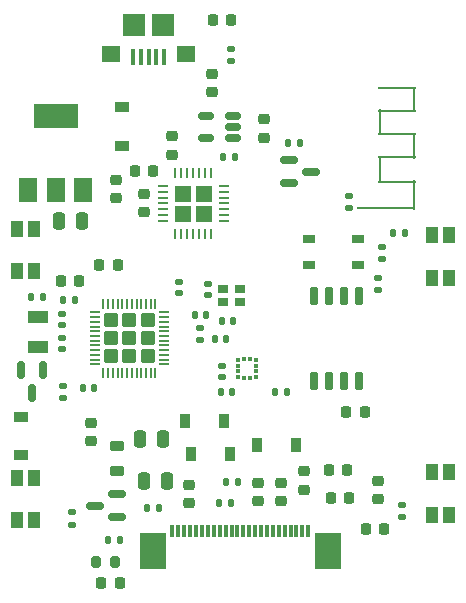
<source format=gtp>
G04 #@! TF.GenerationSoftware,KiCad,Pcbnew,(6.0.10)*
G04 #@! TF.CreationDate,2023-03-04T03:17:20-05:00*
G04 #@! TF.ProjectId,SmartWatch,536d6172-7457-4617-9463-682e6b696361,rev?*
G04 #@! TF.SameCoordinates,Original*
G04 #@! TF.FileFunction,Paste,Top*
G04 #@! TF.FilePolarity,Positive*
%FSLAX46Y46*%
G04 Gerber Fmt 4.6, Leading zero omitted, Abs format (unit mm)*
G04 Created by KiCad (PCBNEW (6.0.10)) date 2023-03-04 03:17:20*
%MOMM*%
%LPD*%
G01*
G04 APERTURE LIST*
G04 Aperture macros list*
%AMRoundRect*
0 Rectangle with rounded corners*
0 $1 Rounding radius*
0 $2 $3 $4 $5 $6 $7 $8 $9 X,Y pos of 4 corners*
0 Add a 4 corners polygon primitive as box body*
4,1,4,$2,$3,$4,$5,$6,$7,$8,$9,$2,$3,0*
0 Add four circle primitives for the rounded corners*
1,1,$1+$1,$2,$3*
1,1,$1+$1,$4,$5*
1,1,$1+$1,$6,$7*
1,1,$1+$1,$8,$9*
0 Add four rect primitives between the rounded corners*
20,1,$1+$1,$2,$3,$4,$5,0*
20,1,$1+$1,$4,$5,$6,$7,0*
20,1,$1+$1,$6,$7,$8,$9,0*
20,1,$1+$1,$8,$9,$2,$3,0*%
G04 Aperture macros list end*
%ADD10C,0.010000*%
%ADD11R,0.900000X1.200000*%
%ADD12R,1.200000X0.900000*%
%ADD13RoundRect,0.200000X-0.200000X-0.275000X0.200000X-0.275000X0.200000X0.275000X-0.200000X0.275000X0*%
%ADD14RoundRect,0.250000X-0.250000X-0.475000X0.250000X-0.475000X0.250000X0.475000X-0.250000X0.475000X0*%
%ADD15RoundRect,0.150000X0.512500X0.150000X-0.512500X0.150000X-0.512500X-0.150000X0.512500X-0.150000X0*%
%ADD16RoundRect,0.140000X-0.170000X0.140000X-0.170000X-0.140000X0.170000X-0.140000X0.170000X0.140000X0*%
%ADD17R,0.254000X2.300000*%
%ADD18R,3.200000X0.254000*%
%ADD19R,0.254000X2.200000*%
%ADD20R,5.000000X0.254000*%
%ADD21R,0.254000X2.250000*%
%ADD22R,0.254000X2.150000*%
%ADD23R,0.254000X2.500000*%
%ADD24R,0.254000X0.900000*%
%ADD25R,0.900000X0.254000*%
%ADD26RoundRect,0.225000X-0.250000X0.225000X-0.250000X-0.225000X0.250000X-0.225000X0.250000X0.225000X0*%
%ADD27RoundRect,0.225000X0.225000X0.250000X-0.225000X0.250000X-0.225000X-0.250000X0.225000X-0.250000X0*%
%ADD28RoundRect,0.135000X-0.135000X-0.185000X0.135000X-0.185000X0.135000X0.185000X-0.135000X0.185000X0*%
%ADD29RoundRect,0.225000X-0.225000X-0.250000X0.225000X-0.250000X0.225000X0.250000X-0.225000X0.250000X0*%
%ADD30RoundRect,0.140000X0.170000X-0.140000X0.170000X0.140000X-0.170000X0.140000X-0.170000X-0.140000X0*%
%ADD31RoundRect,0.140000X0.140000X0.170000X-0.140000X0.170000X-0.140000X-0.170000X0.140000X-0.170000X0*%
%ADD32R,1.050000X1.400000*%
%ADD33RoundRect,0.135000X0.135000X0.185000X-0.135000X0.185000X-0.135000X-0.185000X0.135000X-0.185000X0*%
%ADD34RoundRect,0.218750X0.218750X0.256250X-0.218750X0.256250X-0.218750X-0.256250X0.218750X-0.256250X0*%
%ADD35R,0.400000X1.350000*%
%ADD36R,1.600000X1.400000*%
%ADD37R,1.900000X1.900000*%
%ADD38RoundRect,0.135000X0.185000X-0.135000X0.185000X0.135000X-0.185000X0.135000X-0.185000X-0.135000X0*%
%ADD39R,0.900000X0.800000*%
%ADD40RoundRect,0.140000X-0.140000X-0.170000X0.140000X-0.170000X0.140000X0.170000X-0.140000X0.170000X0*%
%ADD41RoundRect,0.225000X0.250000X-0.225000X0.250000X0.225000X-0.250000X0.225000X-0.250000X-0.225000X0*%
%ADD42RoundRect,0.135000X-0.185000X0.135000X-0.185000X-0.135000X0.185000X-0.135000X0.185000X0.135000X0*%
%ADD43RoundRect,0.147500X-0.147500X-0.172500X0.147500X-0.172500X0.147500X0.172500X-0.147500X0.172500X0*%
%ADD44RoundRect,0.218750X-0.218750X-0.256250X0.218750X-0.256250X0.218750X0.256250X-0.218750X0.256250X0*%
%ADD45RoundRect,0.250000X-0.370000X-0.370000X0.370000X-0.370000X0.370000X0.370000X-0.370000X0.370000X0*%
%ADD46RoundRect,0.050000X-0.350000X-0.050000X0.350000X-0.050000X0.350000X0.050000X-0.350000X0.050000X0*%
%ADD47RoundRect,0.050000X-0.050000X-0.350000X0.050000X-0.350000X0.050000X0.350000X-0.050000X0.350000X0*%
%ADD48R,1.050000X0.650000*%
%ADD49R,1.800000X1.000000*%
%ADD50RoundRect,0.218750X0.381250X-0.218750X0.381250X0.218750X-0.381250X0.218750X-0.381250X-0.218750X0*%
%ADD51R,0.375000X0.350000*%
%ADD52R,0.350000X0.375000*%
%ADD53RoundRect,0.150000X-0.150000X0.650000X-0.150000X-0.650000X0.150000X-0.650000X0.150000X0.650000X0*%
%ADD54R,0.300000X1.100000*%
%ADD55R,2.300000X3.100000*%
%ADD56RoundRect,0.150000X0.587500X0.150000X-0.587500X0.150000X-0.587500X-0.150000X0.587500X-0.150000X0*%
%ADD57RoundRect,0.150000X-0.150000X0.587500X-0.150000X-0.587500X0.150000X-0.587500X0.150000X0.587500X0*%
%ADD58RoundRect,0.150000X-0.587500X-0.150000X0.587500X-0.150000X0.587500X0.150000X-0.587500X0.150000X0*%
%ADD59R,1.500000X2.000000*%
%ADD60R,3.800000X2.000000*%
%ADD61RoundRect,0.250000X0.250000X0.475000X-0.250000X0.475000X-0.250000X-0.475000X0.250000X-0.475000X0*%
G04 APERTURE END LIST*
G36*
X85890000Y-76330000D02*
G01*
X84640413Y-76330000D01*
X84640413Y-75077520D01*
X85890000Y-75077520D01*
X85890000Y-76330000D01*
G37*
D10*
X85890000Y-76330000D02*
X84640413Y-76330000D01*
X84640413Y-75077520D01*
X85890000Y-75077520D01*
X85890000Y-76330000D01*
G36*
X85890000Y-78080000D02*
G01*
X84640062Y-78080000D01*
X84640062Y-76830062D01*
X85890000Y-76830062D01*
X85890000Y-78080000D01*
G37*
X85890000Y-78080000D02*
X84640062Y-78080000D01*
X84640062Y-76830062D01*
X85890000Y-76830062D01*
X85890000Y-78080000D01*
G36*
X84140000Y-76330000D02*
G01*
X82887480Y-76330000D01*
X82887480Y-75077480D01*
X84140000Y-75077480D01*
X84140000Y-76330000D01*
G37*
X84140000Y-76330000D02*
X82887480Y-76330000D01*
X82887480Y-75077480D01*
X84140000Y-75077480D01*
X84140000Y-76330000D01*
G36*
X84140000Y-78080000D02*
G01*
X82887270Y-78080000D01*
X82887270Y-76830456D01*
X84140000Y-76830456D01*
X84140000Y-78080000D01*
G37*
X84140000Y-78080000D02*
X82887270Y-78080000D01*
X82887270Y-76830456D01*
X84140000Y-76830456D01*
X84140000Y-78080000D01*
D11*
X86994000Y-94996000D03*
X83694000Y-94996000D03*
X93090000Y-97028000D03*
X89790000Y-97028000D03*
X84202000Y-97790000D03*
X87502000Y-97790000D03*
D12*
X69850000Y-97916000D03*
X69850000Y-94616000D03*
D13*
X76165000Y-106930000D03*
X77815000Y-106930000D03*
D14*
X73075000Y-78075000D03*
X74975000Y-78075000D03*
D15*
X87751500Y-71054000D03*
X87751500Y-70104000D03*
X87751500Y-69154000D03*
X85476500Y-69154000D03*
X85476500Y-71054000D03*
D16*
X97560000Y-75970000D03*
X97560000Y-76930000D03*
D17*
X100174000Y-73700000D03*
D18*
X101649000Y-74725000D03*
D19*
X100174000Y-69700000D03*
D20*
X100749000Y-76975000D03*
D18*
X101649000Y-70675000D03*
D21*
X103124000Y-71675000D03*
D18*
X101649000Y-66825000D03*
X101649000Y-68725000D03*
D22*
X103124000Y-67775000D03*
D23*
X103124000Y-75850000D03*
D18*
X101649000Y-72675000D03*
D24*
X85890000Y-73990000D03*
X85390000Y-73990000D03*
X84890000Y-73990000D03*
X84390000Y-73990000D03*
X83890000Y-73990000D03*
X83390000Y-73990000D03*
X82890000Y-73990000D03*
D25*
X81800000Y-75080000D03*
X81800000Y-75580000D03*
X81800000Y-76080000D03*
X81800000Y-76580000D03*
X81800000Y-77080000D03*
X81800000Y-77580000D03*
X81800000Y-78080000D03*
D24*
X82890000Y-79170000D03*
X83390000Y-79170000D03*
X83890000Y-79170000D03*
X84390000Y-79170000D03*
X84890000Y-79170000D03*
X85390000Y-79170000D03*
X85890000Y-79170000D03*
D25*
X86980000Y-78080000D03*
X86980000Y-77580000D03*
X86980000Y-77080000D03*
X86980000Y-76580000D03*
X86980000Y-76080000D03*
X86980000Y-75580000D03*
X86980000Y-75080000D03*
D26*
X80200000Y-75745000D03*
X80200000Y-77295000D03*
X82640000Y-70885000D03*
X82640000Y-72435000D03*
D27*
X81035000Y-73830000D03*
X79485000Y-73830000D03*
D28*
X101290000Y-79075000D03*
X102310000Y-79075000D03*
D29*
X95875000Y-99125000D03*
X97425000Y-99125000D03*
D30*
X86850000Y-91280000D03*
X86850000Y-90320000D03*
D31*
X87680000Y-92500000D03*
X86720000Y-92500000D03*
D32*
X104580000Y-79250000D03*
X104580000Y-82850000D03*
X106020000Y-79250000D03*
X106020000Y-82850000D03*
D33*
X87610000Y-101940000D03*
X86590000Y-101940000D03*
D34*
X87612500Y-61075000D03*
X86037500Y-61075000D03*
D28*
X87190000Y-100200000D03*
X88210000Y-100200000D03*
X80460000Y-102320000D03*
X81480000Y-102320000D03*
D29*
X73200000Y-83150000D03*
X74750000Y-83150000D03*
D35*
X81926000Y-64143000D03*
X81276000Y-64143000D03*
X80626000Y-64143000D03*
X79976000Y-64143000D03*
X79326000Y-64143000D03*
D36*
X83826000Y-63918000D03*
X77426000Y-63918000D03*
D37*
X79426000Y-61468000D03*
X81826000Y-61468000D03*
D38*
X87630000Y-64516000D03*
X87630000Y-63496000D03*
D39*
X86925000Y-84950000D03*
X88325000Y-84950000D03*
X88325000Y-83850000D03*
X86925000Y-83850000D03*
D33*
X92310000Y-92500000D03*
X91290000Y-92500000D03*
D28*
X86904328Y-72602000D03*
X87924328Y-72602000D03*
D27*
X77991000Y-81788000D03*
X76441000Y-81788000D03*
D32*
X70945000Y-103400000D03*
X70945000Y-99800000D03*
X69505000Y-103400000D03*
X69505000Y-99800000D03*
D40*
X86845000Y-86500000D03*
X87805000Y-86500000D03*
D12*
X78350000Y-71725000D03*
X78350000Y-68425000D03*
D31*
X75990000Y-92180000D03*
X75030000Y-92180000D03*
D41*
X84000000Y-101925000D03*
X84000000Y-100375000D03*
D40*
X73412164Y-84750000D03*
X74372164Y-84750000D03*
D41*
X93740000Y-100805000D03*
X93740000Y-99255000D03*
D33*
X71660000Y-84500000D03*
X70640000Y-84500000D03*
D42*
X100400000Y-80265000D03*
X100400000Y-81285000D03*
D43*
X86215000Y-88025000D03*
X87185000Y-88025000D03*
D44*
X76632500Y-108712000D03*
X78207500Y-108712000D03*
D45*
X80530000Y-89530000D03*
X79000000Y-89530000D03*
X80530000Y-86470000D03*
X77470000Y-88000000D03*
X77470000Y-89530000D03*
X80530000Y-88000000D03*
X79000000Y-86470000D03*
X77470000Y-86470000D03*
X79000000Y-88000000D03*
D46*
X76050000Y-85800000D03*
X76050000Y-86200000D03*
X76050000Y-86600000D03*
X76050000Y-87000000D03*
X76050000Y-87400000D03*
X76050000Y-87800000D03*
X76050000Y-88200000D03*
X76050000Y-88600000D03*
X76050000Y-89000000D03*
X76050000Y-89400000D03*
X76050000Y-89800000D03*
X76050000Y-90200000D03*
D47*
X76800000Y-90950000D03*
X77200000Y-90950000D03*
X77600000Y-90950000D03*
X78000000Y-90950000D03*
X78400000Y-90950000D03*
X78800000Y-90950000D03*
X79200000Y-90950000D03*
X79600000Y-90950000D03*
X80000000Y-90950000D03*
X80400000Y-90950000D03*
X80800000Y-90950000D03*
X81200000Y-90950000D03*
D46*
X81950000Y-90200000D03*
X81950000Y-89800000D03*
X81950000Y-89400000D03*
X81950000Y-89000000D03*
X81950000Y-88600000D03*
X81950000Y-88200000D03*
X81950000Y-87800000D03*
X81950000Y-87400000D03*
X81950000Y-87000000D03*
X81950000Y-86600000D03*
X81950000Y-86200000D03*
X81950000Y-85800000D03*
D47*
X81200000Y-85050000D03*
X80800000Y-85050000D03*
X80400000Y-85050000D03*
X80000000Y-85050000D03*
X79600000Y-85050000D03*
X79200000Y-85050000D03*
X78800000Y-85050000D03*
X78400000Y-85050000D03*
X78000000Y-85050000D03*
X77600000Y-85050000D03*
X77200000Y-85050000D03*
X76800000Y-85050000D03*
D31*
X84520000Y-86025000D03*
X85480000Y-86025000D03*
D48*
X98375000Y-81775000D03*
X94225000Y-81775000D03*
X98375000Y-79625000D03*
X94225000Y-79625000D03*
D49*
X71220000Y-88690000D03*
X71220000Y-86190000D03*
D50*
X77940000Y-99252500D03*
X77940000Y-97127500D03*
D38*
X74150000Y-103760000D03*
X74150000Y-102740000D03*
D14*
X79900000Y-96540000D03*
X81800000Y-96540000D03*
D51*
X89712500Y-91300000D03*
X89712500Y-90800000D03*
X89712500Y-90300000D03*
X89712500Y-89800000D03*
D52*
X89200000Y-89787500D03*
X88700000Y-89787500D03*
D51*
X88187500Y-89800000D03*
X88187500Y-90300000D03*
X88187500Y-90800000D03*
X88187500Y-91300000D03*
D52*
X88700000Y-91312500D03*
X89200000Y-91312500D03*
D42*
X100025000Y-82865000D03*
X100025000Y-83885000D03*
D53*
X98425000Y-84395000D03*
X97155000Y-84395000D03*
X95885000Y-84395000D03*
X94615000Y-84395000D03*
X94615000Y-91595000D03*
X95885000Y-91595000D03*
X97155000Y-91595000D03*
X98425000Y-91595000D03*
D26*
X100075000Y-100075000D03*
X100075000Y-101625000D03*
D54*
X82642000Y-104314000D03*
X83142000Y-104314000D03*
X83642000Y-104314000D03*
X84142000Y-104314000D03*
X84642000Y-104314000D03*
X85142000Y-104314000D03*
X85642000Y-104314000D03*
X86142000Y-104314000D03*
X86642000Y-104314000D03*
X87142000Y-104314000D03*
X87642000Y-104314000D03*
X88142000Y-104314000D03*
X88642000Y-104314000D03*
X89142000Y-104314000D03*
X89642000Y-104314000D03*
X90142000Y-104314000D03*
X90642000Y-104314000D03*
X91142000Y-104314000D03*
X91642000Y-104314000D03*
X92142000Y-104314000D03*
X92642000Y-104314000D03*
X93142000Y-104314000D03*
X93642000Y-104314000D03*
X94142000Y-104314000D03*
D55*
X95812000Y-106014000D03*
X80972000Y-106014000D03*
D41*
X75750000Y-96715000D03*
X75750000Y-95165000D03*
D16*
X85610000Y-83360000D03*
X85610000Y-84320000D03*
D33*
X78220000Y-105050000D03*
X77200000Y-105050000D03*
D41*
X91815000Y-101755000D03*
X91815000Y-100205000D03*
D29*
X97355000Y-94220000D03*
X98905000Y-94220000D03*
D38*
X73350000Y-93070000D03*
X73350000Y-92050000D03*
D30*
X73290000Y-86880000D03*
X73290000Y-85920000D03*
D56*
X77927500Y-103110000D03*
X77927500Y-101210000D03*
X76052500Y-102160000D03*
D16*
X73320000Y-87980000D03*
X73320000Y-88940000D03*
D57*
X71700000Y-90712500D03*
X69800000Y-90712500D03*
X70750000Y-92587500D03*
D58*
X92512500Y-72925000D03*
X92512500Y-74825000D03*
X94387500Y-73875000D03*
D59*
X70450000Y-75450000D03*
X72750000Y-75450000D03*
X75050000Y-75450000D03*
D60*
X72750000Y-69150000D03*
D28*
X92415000Y-71500000D03*
X93435000Y-71500000D03*
D42*
X102100000Y-102140000D03*
X102100000Y-103160000D03*
D41*
X85975000Y-67150000D03*
X85975000Y-65600000D03*
D16*
X84950000Y-87145000D03*
X84950000Y-88105000D03*
D32*
X104580000Y-99350000D03*
X104580000Y-102950000D03*
X106020000Y-99350000D03*
X106020000Y-102950000D03*
D16*
X83200000Y-83195000D03*
X83200000Y-84155000D03*
D29*
X99025000Y-104175000D03*
X100575000Y-104175000D03*
D41*
X90375000Y-71000000D03*
X90375000Y-69450000D03*
D29*
X96075000Y-101525000D03*
X97625000Y-101525000D03*
D41*
X77850000Y-76125000D03*
X77850000Y-74575000D03*
X89915000Y-101755000D03*
X89915000Y-100205000D03*
D32*
X70945000Y-82318000D03*
X70945000Y-78718000D03*
X69505000Y-82318000D03*
X69505000Y-78718000D03*
D61*
X82160000Y-100050000D03*
X80260000Y-100050000D03*
M02*

</source>
